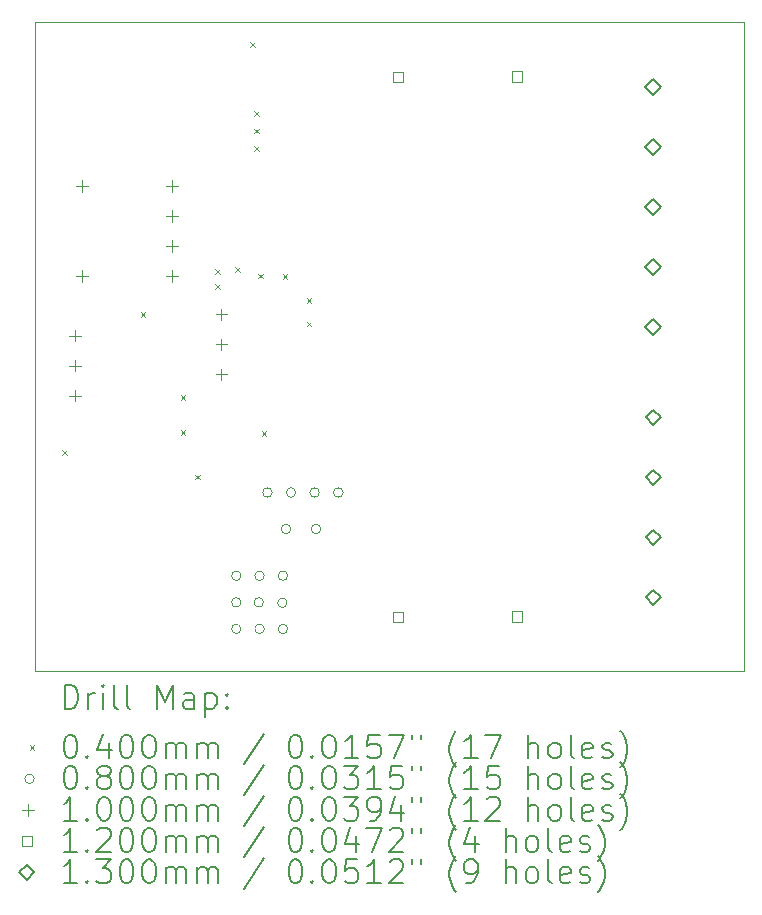
<source format=gbr>
%FSLAX45Y45*%
G04 Gerber Fmt 4.5, Leading zero omitted, Abs format (unit mm)*
G04 Created by KiCad (PCBNEW (6.0.6)) date 2022-08-27 12:11:47*
%MOMM*%
%LPD*%
G01*
G04 APERTURE LIST*
%TA.AperFunction,Profile*%
%ADD10C,0.100000*%
%TD*%
%ADD11C,0.200000*%
%ADD12C,0.040000*%
%ADD13C,0.080000*%
%ADD14C,0.100000*%
%ADD15C,0.120000*%
%ADD16C,0.130000*%
G04 APERTURE END LIST*
D10*
X9835000Y-9925000D02*
X9835000Y-4425000D01*
X3835000Y-4425000D02*
X9835000Y-4425000D01*
X3835000Y-9925000D02*
X9835000Y-9925000D01*
X3835000Y-9925000D02*
X3835000Y-4425000D01*
D11*
D12*
X4065000Y-8050000D02*
X4105000Y-8090000D01*
X4105000Y-8050000D02*
X4065000Y-8090000D01*
X4730000Y-6880000D02*
X4770000Y-6920000D01*
X4770000Y-6880000D02*
X4730000Y-6920000D01*
X5070000Y-7585000D02*
X5110000Y-7625000D01*
X5110000Y-7585000D02*
X5070000Y-7625000D01*
X5070000Y-7880000D02*
X5110000Y-7920000D01*
X5110000Y-7880000D02*
X5070000Y-7920000D01*
X5190000Y-8260000D02*
X5230000Y-8300000D01*
X5230000Y-8260000D02*
X5190000Y-8300000D01*
X5359000Y-6644000D02*
X5399000Y-6684000D01*
X5399000Y-6644000D02*
X5359000Y-6684000D01*
X5363000Y-6520000D02*
X5403000Y-6560000D01*
X5403000Y-6520000D02*
X5363000Y-6560000D01*
X5529000Y-6499000D02*
X5569000Y-6539000D01*
X5569000Y-6499000D02*
X5529000Y-6539000D01*
X5655000Y-4600000D02*
X5695000Y-4640000D01*
X5695000Y-4600000D02*
X5655000Y-4640000D01*
X5690000Y-5180000D02*
X5730000Y-5220000D01*
X5730000Y-5180000D02*
X5690000Y-5220000D01*
X5690000Y-5330000D02*
X5730000Y-5370000D01*
X5730000Y-5330000D02*
X5690000Y-5370000D01*
X5690000Y-5480000D02*
X5730000Y-5520000D01*
X5730000Y-5480000D02*
X5690000Y-5520000D01*
X5724000Y-6556000D02*
X5764000Y-6596000D01*
X5764000Y-6556000D02*
X5724000Y-6596000D01*
X5754000Y-7891000D02*
X5794000Y-7931000D01*
X5794000Y-7891000D02*
X5754000Y-7931000D01*
X5932000Y-6560000D02*
X5972000Y-6600000D01*
X5972000Y-6560000D02*
X5932000Y-6600000D01*
X6135000Y-6765000D02*
X6175000Y-6805000D01*
X6175000Y-6765000D02*
X6135000Y-6805000D01*
X6135000Y-6963750D02*
X6175000Y-7003750D01*
X6175000Y-6963750D02*
X6135000Y-7003750D01*
D13*
X5580000Y-9115000D02*
G75*
G03*
X5580000Y-9115000I-40000J0D01*
G01*
X5580000Y-9340000D02*
G75*
G03*
X5580000Y-9340000I-40000J0D01*
G01*
X5580000Y-9565000D02*
G75*
G03*
X5580000Y-9565000I-40000J0D01*
G01*
X5770000Y-9340000D02*
G75*
G03*
X5770000Y-9340000I-40000J0D01*
G01*
X5777500Y-9115000D02*
G75*
G03*
X5777500Y-9115000I-40000J0D01*
G01*
X5777500Y-9565000D02*
G75*
G03*
X5777500Y-9565000I-40000J0D01*
G01*
X5844000Y-8410000D02*
G75*
G03*
X5844000Y-8410000I-40000J0D01*
G01*
X5970000Y-9345000D02*
G75*
G03*
X5970000Y-9345000I-40000J0D01*
G01*
X5975000Y-9115000D02*
G75*
G03*
X5975000Y-9115000I-40000J0D01*
G01*
X5975000Y-9565000D02*
G75*
G03*
X5975000Y-9565000I-40000J0D01*
G01*
X6001000Y-8719000D02*
G75*
G03*
X6001000Y-8719000I-40000J0D01*
G01*
X6044000Y-8410000D02*
G75*
G03*
X6044000Y-8410000I-40000J0D01*
G01*
X6244000Y-8410000D02*
G75*
G03*
X6244000Y-8410000I-40000J0D01*
G01*
X6256000Y-8719000D02*
G75*
G03*
X6256000Y-8719000I-40000J0D01*
G01*
X6444000Y-8410000D02*
G75*
G03*
X6444000Y-8410000I-40000J0D01*
G01*
D14*
X4175500Y-7031500D02*
X4175500Y-7131500D01*
X4125500Y-7081500D02*
X4225500Y-7081500D01*
X4175500Y-7285500D02*
X4175500Y-7385500D01*
X4125500Y-7335500D02*
X4225500Y-7335500D01*
X4175500Y-7539500D02*
X4175500Y-7639500D01*
X4125500Y-7589500D02*
X4225500Y-7589500D01*
X4236400Y-5766000D02*
X4236400Y-5866000D01*
X4186400Y-5816000D02*
X4286400Y-5816000D01*
X4236400Y-6528000D02*
X4236400Y-6628000D01*
X4186400Y-6578000D02*
X4286400Y-6578000D01*
X4998400Y-5766000D02*
X4998400Y-5866000D01*
X4948400Y-5816000D02*
X5048400Y-5816000D01*
X4998400Y-6020000D02*
X4998400Y-6120000D01*
X4948400Y-6070000D02*
X5048400Y-6070000D01*
X4998400Y-6274000D02*
X4998400Y-6374000D01*
X4948400Y-6324000D02*
X5048400Y-6324000D01*
X4998400Y-6528000D02*
X4998400Y-6628000D01*
X4948400Y-6578000D02*
X5048400Y-6578000D01*
X5415000Y-6852500D02*
X5415000Y-6952500D01*
X5365000Y-6902500D02*
X5465000Y-6902500D01*
X5415000Y-7106500D02*
X5415000Y-7206500D01*
X5365000Y-7156500D02*
X5465000Y-7156500D01*
X5415000Y-7360500D02*
X5415000Y-7460500D01*
X5365000Y-7410500D02*
X5465000Y-7410500D01*
D15*
X6952427Y-4931427D02*
X6952427Y-4846573D01*
X6867573Y-4846573D01*
X6867573Y-4931427D01*
X6952427Y-4931427D01*
X6952427Y-9503427D02*
X6952427Y-9418573D01*
X6867573Y-9418573D01*
X6867573Y-9503427D01*
X6952427Y-9503427D01*
X7957427Y-4930427D02*
X7957427Y-4845573D01*
X7872573Y-4845573D01*
X7872573Y-4930427D01*
X7957427Y-4930427D01*
X7957427Y-9502427D02*
X7957427Y-9417573D01*
X7872573Y-9417573D01*
X7872573Y-9502427D01*
X7957427Y-9502427D01*
D16*
X9070000Y-5043000D02*
X9135000Y-4978000D01*
X9070000Y-4913000D01*
X9005000Y-4978000D01*
X9070000Y-5043000D01*
X9070000Y-5551000D02*
X9135000Y-5486000D01*
X9070000Y-5421000D01*
X9005000Y-5486000D01*
X9070000Y-5551000D01*
X9070000Y-6059000D02*
X9135000Y-5994000D01*
X9070000Y-5929000D01*
X9005000Y-5994000D01*
X9070000Y-6059000D01*
X9070000Y-6567000D02*
X9135000Y-6502000D01*
X9070000Y-6437000D01*
X9005000Y-6502000D01*
X9070000Y-6567000D01*
X9070000Y-7075000D02*
X9135000Y-7010000D01*
X9070000Y-6945000D01*
X9005000Y-7010000D01*
X9070000Y-7075000D01*
X9070500Y-7838000D02*
X9135500Y-7773000D01*
X9070500Y-7708000D01*
X9005500Y-7773000D01*
X9070500Y-7838000D01*
X9070500Y-8346000D02*
X9135500Y-8281000D01*
X9070500Y-8216000D01*
X9005500Y-8281000D01*
X9070500Y-8346000D01*
X9070500Y-8854000D02*
X9135500Y-8789000D01*
X9070500Y-8724000D01*
X9005500Y-8789000D01*
X9070500Y-8854000D01*
X9070500Y-9362000D02*
X9135500Y-9297000D01*
X9070500Y-9232000D01*
X9005500Y-9297000D01*
X9070500Y-9362000D01*
D11*
X4087619Y-10240476D02*
X4087619Y-10040476D01*
X4135238Y-10040476D01*
X4163809Y-10050000D01*
X4182857Y-10069048D01*
X4192381Y-10088095D01*
X4201905Y-10126190D01*
X4201905Y-10154762D01*
X4192381Y-10192857D01*
X4182857Y-10211905D01*
X4163809Y-10230952D01*
X4135238Y-10240476D01*
X4087619Y-10240476D01*
X4287619Y-10240476D02*
X4287619Y-10107143D01*
X4287619Y-10145238D02*
X4297143Y-10126190D01*
X4306667Y-10116667D01*
X4325714Y-10107143D01*
X4344762Y-10107143D01*
X4411429Y-10240476D02*
X4411429Y-10107143D01*
X4411429Y-10040476D02*
X4401905Y-10050000D01*
X4411429Y-10059524D01*
X4420952Y-10050000D01*
X4411429Y-10040476D01*
X4411429Y-10059524D01*
X4535238Y-10240476D02*
X4516190Y-10230952D01*
X4506667Y-10211905D01*
X4506667Y-10040476D01*
X4640000Y-10240476D02*
X4620952Y-10230952D01*
X4611429Y-10211905D01*
X4611429Y-10040476D01*
X4868571Y-10240476D02*
X4868571Y-10040476D01*
X4935238Y-10183333D01*
X5001905Y-10040476D01*
X5001905Y-10240476D01*
X5182857Y-10240476D02*
X5182857Y-10135714D01*
X5173333Y-10116667D01*
X5154286Y-10107143D01*
X5116190Y-10107143D01*
X5097143Y-10116667D01*
X5182857Y-10230952D02*
X5163810Y-10240476D01*
X5116190Y-10240476D01*
X5097143Y-10230952D01*
X5087619Y-10211905D01*
X5087619Y-10192857D01*
X5097143Y-10173810D01*
X5116190Y-10164286D01*
X5163810Y-10164286D01*
X5182857Y-10154762D01*
X5278095Y-10107143D02*
X5278095Y-10307143D01*
X5278095Y-10116667D02*
X5297143Y-10107143D01*
X5335238Y-10107143D01*
X5354286Y-10116667D01*
X5363810Y-10126190D01*
X5373333Y-10145238D01*
X5373333Y-10202381D01*
X5363810Y-10221429D01*
X5354286Y-10230952D01*
X5335238Y-10240476D01*
X5297143Y-10240476D01*
X5278095Y-10230952D01*
X5459048Y-10221429D02*
X5468571Y-10230952D01*
X5459048Y-10240476D01*
X5449524Y-10230952D01*
X5459048Y-10221429D01*
X5459048Y-10240476D01*
X5459048Y-10116667D02*
X5468571Y-10126190D01*
X5459048Y-10135714D01*
X5449524Y-10126190D01*
X5459048Y-10116667D01*
X5459048Y-10135714D01*
D12*
X3790000Y-10550000D02*
X3830000Y-10590000D01*
X3830000Y-10550000D02*
X3790000Y-10590000D01*
D11*
X4125714Y-10460476D02*
X4144762Y-10460476D01*
X4163809Y-10470000D01*
X4173333Y-10479524D01*
X4182857Y-10498571D01*
X4192381Y-10536667D01*
X4192381Y-10584286D01*
X4182857Y-10622381D01*
X4173333Y-10641429D01*
X4163809Y-10650952D01*
X4144762Y-10660476D01*
X4125714Y-10660476D01*
X4106667Y-10650952D01*
X4097143Y-10641429D01*
X4087619Y-10622381D01*
X4078095Y-10584286D01*
X4078095Y-10536667D01*
X4087619Y-10498571D01*
X4097143Y-10479524D01*
X4106667Y-10470000D01*
X4125714Y-10460476D01*
X4278095Y-10641429D02*
X4287619Y-10650952D01*
X4278095Y-10660476D01*
X4268571Y-10650952D01*
X4278095Y-10641429D01*
X4278095Y-10660476D01*
X4459048Y-10527143D02*
X4459048Y-10660476D01*
X4411429Y-10450952D02*
X4363810Y-10593810D01*
X4487619Y-10593810D01*
X4601905Y-10460476D02*
X4620952Y-10460476D01*
X4640000Y-10470000D01*
X4649524Y-10479524D01*
X4659048Y-10498571D01*
X4668571Y-10536667D01*
X4668571Y-10584286D01*
X4659048Y-10622381D01*
X4649524Y-10641429D01*
X4640000Y-10650952D01*
X4620952Y-10660476D01*
X4601905Y-10660476D01*
X4582857Y-10650952D01*
X4573333Y-10641429D01*
X4563810Y-10622381D01*
X4554286Y-10584286D01*
X4554286Y-10536667D01*
X4563810Y-10498571D01*
X4573333Y-10479524D01*
X4582857Y-10470000D01*
X4601905Y-10460476D01*
X4792381Y-10460476D02*
X4811429Y-10460476D01*
X4830476Y-10470000D01*
X4840000Y-10479524D01*
X4849524Y-10498571D01*
X4859048Y-10536667D01*
X4859048Y-10584286D01*
X4849524Y-10622381D01*
X4840000Y-10641429D01*
X4830476Y-10650952D01*
X4811429Y-10660476D01*
X4792381Y-10660476D01*
X4773333Y-10650952D01*
X4763810Y-10641429D01*
X4754286Y-10622381D01*
X4744762Y-10584286D01*
X4744762Y-10536667D01*
X4754286Y-10498571D01*
X4763810Y-10479524D01*
X4773333Y-10470000D01*
X4792381Y-10460476D01*
X4944762Y-10660476D02*
X4944762Y-10527143D01*
X4944762Y-10546190D02*
X4954286Y-10536667D01*
X4973333Y-10527143D01*
X5001905Y-10527143D01*
X5020952Y-10536667D01*
X5030476Y-10555714D01*
X5030476Y-10660476D01*
X5030476Y-10555714D02*
X5040000Y-10536667D01*
X5059048Y-10527143D01*
X5087619Y-10527143D01*
X5106667Y-10536667D01*
X5116190Y-10555714D01*
X5116190Y-10660476D01*
X5211429Y-10660476D02*
X5211429Y-10527143D01*
X5211429Y-10546190D02*
X5220952Y-10536667D01*
X5240000Y-10527143D01*
X5268571Y-10527143D01*
X5287619Y-10536667D01*
X5297143Y-10555714D01*
X5297143Y-10660476D01*
X5297143Y-10555714D02*
X5306667Y-10536667D01*
X5325714Y-10527143D01*
X5354286Y-10527143D01*
X5373333Y-10536667D01*
X5382857Y-10555714D01*
X5382857Y-10660476D01*
X5773333Y-10450952D02*
X5601905Y-10708095D01*
X6030476Y-10460476D02*
X6049524Y-10460476D01*
X6068571Y-10470000D01*
X6078095Y-10479524D01*
X6087619Y-10498571D01*
X6097143Y-10536667D01*
X6097143Y-10584286D01*
X6087619Y-10622381D01*
X6078095Y-10641429D01*
X6068571Y-10650952D01*
X6049524Y-10660476D01*
X6030476Y-10660476D01*
X6011428Y-10650952D01*
X6001905Y-10641429D01*
X5992381Y-10622381D01*
X5982857Y-10584286D01*
X5982857Y-10536667D01*
X5992381Y-10498571D01*
X6001905Y-10479524D01*
X6011428Y-10470000D01*
X6030476Y-10460476D01*
X6182857Y-10641429D02*
X6192381Y-10650952D01*
X6182857Y-10660476D01*
X6173333Y-10650952D01*
X6182857Y-10641429D01*
X6182857Y-10660476D01*
X6316190Y-10460476D02*
X6335238Y-10460476D01*
X6354286Y-10470000D01*
X6363809Y-10479524D01*
X6373333Y-10498571D01*
X6382857Y-10536667D01*
X6382857Y-10584286D01*
X6373333Y-10622381D01*
X6363809Y-10641429D01*
X6354286Y-10650952D01*
X6335238Y-10660476D01*
X6316190Y-10660476D01*
X6297143Y-10650952D01*
X6287619Y-10641429D01*
X6278095Y-10622381D01*
X6268571Y-10584286D01*
X6268571Y-10536667D01*
X6278095Y-10498571D01*
X6287619Y-10479524D01*
X6297143Y-10470000D01*
X6316190Y-10460476D01*
X6573333Y-10660476D02*
X6459048Y-10660476D01*
X6516190Y-10660476D02*
X6516190Y-10460476D01*
X6497143Y-10489048D01*
X6478095Y-10508095D01*
X6459048Y-10517619D01*
X6754286Y-10460476D02*
X6659048Y-10460476D01*
X6649524Y-10555714D01*
X6659048Y-10546190D01*
X6678095Y-10536667D01*
X6725714Y-10536667D01*
X6744762Y-10546190D01*
X6754286Y-10555714D01*
X6763809Y-10574762D01*
X6763809Y-10622381D01*
X6754286Y-10641429D01*
X6744762Y-10650952D01*
X6725714Y-10660476D01*
X6678095Y-10660476D01*
X6659048Y-10650952D01*
X6649524Y-10641429D01*
X6830476Y-10460476D02*
X6963809Y-10460476D01*
X6878095Y-10660476D01*
X7030476Y-10460476D02*
X7030476Y-10498571D01*
X7106667Y-10460476D02*
X7106667Y-10498571D01*
X7401905Y-10736667D02*
X7392381Y-10727143D01*
X7373333Y-10698571D01*
X7363809Y-10679524D01*
X7354286Y-10650952D01*
X7344762Y-10603333D01*
X7344762Y-10565238D01*
X7354286Y-10517619D01*
X7363809Y-10489048D01*
X7373333Y-10470000D01*
X7392381Y-10441429D01*
X7401905Y-10431905D01*
X7582857Y-10660476D02*
X7468571Y-10660476D01*
X7525714Y-10660476D02*
X7525714Y-10460476D01*
X7506667Y-10489048D01*
X7487619Y-10508095D01*
X7468571Y-10517619D01*
X7649524Y-10460476D02*
X7782857Y-10460476D01*
X7697143Y-10660476D01*
X8011428Y-10660476D02*
X8011428Y-10460476D01*
X8097143Y-10660476D02*
X8097143Y-10555714D01*
X8087619Y-10536667D01*
X8068571Y-10527143D01*
X8040000Y-10527143D01*
X8020952Y-10536667D01*
X8011428Y-10546190D01*
X8220952Y-10660476D02*
X8201905Y-10650952D01*
X8192381Y-10641429D01*
X8182857Y-10622381D01*
X8182857Y-10565238D01*
X8192381Y-10546190D01*
X8201905Y-10536667D01*
X8220952Y-10527143D01*
X8249524Y-10527143D01*
X8268571Y-10536667D01*
X8278095Y-10546190D01*
X8287619Y-10565238D01*
X8287619Y-10622381D01*
X8278095Y-10641429D01*
X8268571Y-10650952D01*
X8249524Y-10660476D01*
X8220952Y-10660476D01*
X8401905Y-10660476D02*
X8382857Y-10650952D01*
X8373333Y-10631905D01*
X8373333Y-10460476D01*
X8554286Y-10650952D02*
X8535238Y-10660476D01*
X8497143Y-10660476D01*
X8478095Y-10650952D01*
X8468571Y-10631905D01*
X8468571Y-10555714D01*
X8478095Y-10536667D01*
X8497143Y-10527143D01*
X8535238Y-10527143D01*
X8554286Y-10536667D01*
X8563810Y-10555714D01*
X8563810Y-10574762D01*
X8468571Y-10593810D01*
X8640000Y-10650952D02*
X8659048Y-10660476D01*
X8697143Y-10660476D01*
X8716190Y-10650952D01*
X8725714Y-10631905D01*
X8725714Y-10622381D01*
X8716190Y-10603333D01*
X8697143Y-10593810D01*
X8668571Y-10593810D01*
X8649524Y-10584286D01*
X8640000Y-10565238D01*
X8640000Y-10555714D01*
X8649524Y-10536667D01*
X8668571Y-10527143D01*
X8697143Y-10527143D01*
X8716190Y-10536667D01*
X8792381Y-10736667D02*
X8801905Y-10727143D01*
X8820952Y-10698571D01*
X8830476Y-10679524D01*
X8840000Y-10650952D01*
X8849524Y-10603333D01*
X8849524Y-10565238D01*
X8840000Y-10517619D01*
X8830476Y-10489048D01*
X8820952Y-10470000D01*
X8801905Y-10441429D01*
X8792381Y-10431905D01*
D13*
X3830000Y-10834000D02*
G75*
G03*
X3830000Y-10834000I-40000J0D01*
G01*
D11*
X4125714Y-10724476D02*
X4144762Y-10724476D01*
X4163809Y-10734000D01*
X4173333Y-10743524D01*
X4182857Y-10762571D01*
X4192381Y-10800667D01*
X4192381Y-10848286D01*
X4182857Y-10886381D01*
X4173333Y-10905429D01*
X4163809Y-10914952D01*
X4144762Y-10924476D01*
X4125714Y-10924476D01*
X4106667Y-10914952D01*
X4097143Y-10905429D01*
X4087619Y-10886381D01*
X4078095Y-10848286D01*
X4078095Y-10800667D01*
X4087619Y-10762571D01*
X4097143Y-10743524D01*
X4106667Y-10734000D01*
X4125714Y-10724476D01*
X4278095Y-10905429D02*
X4287619Y-10914952D01*
X4278095Y-10924476D01*
X4268571Y-10914952D01*
X4278095Y-10905429D01*
X4278095Y-10924476D01*
X4401905Y-10810190D02*
X4382857Y-10800667D01*
X4373333Y-10791143D01*
X4363810Y-10772095D01*
X4363810Y-10762571D01*
X4373333Y-10743524D01*
X4382857Y-10734000D01*
X4401905Y-10724476D01*
X4440000Y-10724476D01*
X4459048Y-10734000D01*
X4468571Y-10743524D01*
X4478095Y-10762571D01*
X4478095Y-10772095D01*
X4468571Y-10791143D01*
X4459048Y-10800667D01*
X4440000Y-10810190D01*
X4401905Y-10810190D01*
X4382857Y-10819714D01*
X4373333Y-10829238D01*
X4363810Y-10848286D01*
X4363810Y-10886381D01*
X4373333Y-10905429D01*
X4382857Y-10914952D01*
X4401905Y-10924476D01*
X4440000Y-10924476D01*
X4459048Y-10914952D01*
X4468571Y-10905429D01*
X4478095Y-10886381D01*
X4478095Y-10848286D01*
X4468571Y-10829238D01*
X4459048Y-10819714D01*
X4440000Y-10810190D01*
X4601905Y-10724476D02*
X4620952Y-10724476D01*
X4640000Y-10734000D01*
X4649524Y-10743524D01*
X4659048Y-10762571D01*
X4668571Y-10800667D01*
X4668571Y-10848286D01*
X4659048Y-10886381D01*
X4649524Y-10905429D01*
X4640000Y-10914952D01*
X4620952Y-10924476D01*
X4601905Y-10924476D01*
X4582857Y-10914952D01*
X4573333Y-10905429D01*
X4563810Y-10886381D01*
X4554286Y-10848286D01*
X4554286Y-10800667D01*
X4563810Y-10762571D01*
X4573333Y-10743524D01*
X4582857Y-10734000D01*
X4601905Y-10724476D01*
X4792381Y-10724476D02*
X4811429Y-10724476D01*
X4830476Y-10734000D01*
X4840000Y-10743524D01*
X4849524Y-10762571D01*
X4859048Y-10800667D01*
X4859048Y-10848286D01*
X4849524Y-10886381D01*
X4840000Y-10905429D01*
X4830476Y-10914952D01*
X4811429Y-10924476D01*
X4792381Y-10924476D01*
X4773333Y-10914952D01*
X4763810Y-10905429D01*
X4754286Y-10886381D01*
X4744762Y-10848286D01*
X4744762Y-10800667D01*
X4754286Y-10762571D01*
X4763810Y-10743524D01*
X4773333Y-10734000D01*
X4792381Y-10724476D01*
X4944762Y-10924476D02*
X4944762Y-10791143D01*
X4944762Y-10810190D02*
X4954286Y-10800667D01*
X4973333Y-10791143D01*
X5001905Y-10791143D01*
X5020952Y-10800667D01*
X5030476Y-10819714D01*
X5030476Y-10924476D01*
X5030476Y-10819714D02*
X5040000Y-10800667D01*
X5059048Y-10791143D01*
X5087619Y-10791143D01*
X5106667Y-10800667D01*
X5116190Y-10819714D01*
X5116190Y-10924476D01*
X5211429Y-10924476D02*
X5211429Y-10791143D01*
X5211429Y-10810190D02*
X5220952Y-10800667D01*
X5240000Y-10791143D01*
X5268571Y-10791143D01*
X5287619Y-10800667D01*
X5297143Y-10819714D01*
X5297143Y-10924476D01*
X5297143Y-10819714D02*
X5306667Y-10800667D01*
X5325714Y-10791143D01*
X5354286Y-10791143D01*
X5373333Y-10800667D01*
X5382857Y-10819714D01*
X5382857Y-10924476D01*
X5773333Y-10714952D02*
X5601905Y-10972095D01*
X6030476Y-10724476D02*
X6049524Y-10724476D01*
X6068571Y-10734000D01*
X6078095Y-10743524D01*
X6087619Y-10762571D01*
X6097143Y-10800667D01*
X6097143Y-10848286D01*
X6087619Y-10886381D01*
X6078095Y-10905429D01*
X6068571Y-10914952D01*
X6049524Y-10924476D01*
X6030476Y-10924476D01*
X6011428Y-10914952D01*
X6001905Y-10905429D01*
X5992381Y-10886381D01*
X5982857Y-10848286D01*
X5982857Y-10800667D01*
X5992381Y-10762571D01*
X6001905Y-10743524D01*
X6011428Y-10734000D01*
X6030476Y-10724476D01*
X6182857Y-10905429D02*
X6192381Y-10914952D01*
X6182857Y-10924476D01*
X6173333Y-10914952D01*
X6182857Y-10905429D01*
X6182857Y-10924476D01*
X6316190Y-10724476D02*
X6335238Y-10724476D01*
X6354286Y-10734000D01*
X6363809Y-10743524D01*
X6373333Y-10762571D01*
X6382857Y-10800667D01*
X6382857Y-10848286D01*
X6373333Y-10886381D01*
X6363809Y-10905429D01*
X6354286Y-10914952D01*
X6335238Y-10924476D01*
X6316190Y-10924476D01*
X6297143Y-10914952D01*
X6287619Y-10905429D01*
X6278095Y-10886381D01*
X6268571Y-10848286D01*
X6268571Y-10800667D01*
X6278095Y-10762571D01*
X6287619Y-10743524D01*
X6297143Y-10734000D01*
X6316190Y-10724476D01*
X6449524Y-10724476D02*
X6573333Y-10724476D01*
X6506667Y-10800667D01*
X6535238Y-10800667D01*
X6554286Y-10810190D01*
X6563809Y-10819714D01*
X6573333Y-10838762D01*
X6573333Y-10886381D01*
X6563809Y-10905429D01*
X6554286Y-10914952D01*
X6535238Y-10924476D01*
X6478095Y-10924476D01*
X6459048Y-10914952D01*
X6449524Y-10905429D01*
X6763809Y-10924476D02*
X6649524Y-10924476D01*
X6706667Y-10924476D02*
X6706667Y-10724476D01*
X6687619Y-10753048D01*
X6668571Y-10772095D01*
X6649524Y-10781619D01*
X6944762Y-10724476D02*
X6849524Y-10724476D01*
X6840000Y-10819714D01*
X6849524Y-10810190D01*
X6868571Y-10800667D01*
X6916190Y-10800667D01*
X6935238Y-10810190D01*
X6944762Y-10819714D01*
X6954286Y-10838762D01*
X6954286Y-10886381D01*
X6944762Y-10905429D01*
X6935238Y-10914952D01*
X6916190Y-10924476D01*
X6868571Y-10924476D01*
X6849524Y-10914952D01*
X6840000Y-10905429D01*
X7030476Y-10724476D02*
X7030476Y-10762571D01*
X7106667Y-10724476D02*
X7106667Y-10762571D01*
X7401905Y-11000667D02*
X7392381Y-10991143D01*
X7373333Y-10962571D01*
X7363809Y-10943524D01*
X7354286Y-10914952D01*
X7344762Y-10867333D01*
X7344762Y-10829238D01*
X7354286Y-10781619D01*
X7363809Y-10753048D01*
X7373333Y-10734000D01*
X7392381Y-10705429D01*
X7401905Y-10695905D01*
X7582857Y-10924476D02*
X7468571Y-10924476D01*
X7525714Y-10924476D02*
X7525714Y-10724476D01*
X7506667Y-10753048D01*
X7487619Y-10772095D01*
X7468571Y-10781619D01*
X7763809Y-10724476D02*
X7668571Y-10724476D01*
X7659048Y-10819714D01*
X7668571Y-10810190D01*
X7687619Y-10800667D01*
X7735238Y-10800667D01*
X7754286Y-10810190D01*
X7763809Y-10819714D01*
X7773333Y-10838762D01*
X7773333Y-10886381D01*
X7763809Y-10905429D01*
X7754286Y-10914952D01*
X7735238Y-10924476D01*
X7687619Y-10924476D01*
X7668571Y-10914952D01*
X7659048Y-10905429D01*
X8011428Y-10924476D02*
X8011428Y-10724476D01*
X8097143Y-10924476D02*
X8097143Y-10819714D01*
X8087619Y-10800667D01*
X8068571Y-10791143D01*
X8040000Y-10791143D01*
X8020952Y-10800667D01*
X8011428Y-10810190D01*
X8220952Y-10924476D02*
X8201905Y-10914952D01*
X8192381Y-10905429D01*
X8182857Y-10886381D01*
X8182857Y-10829238D01*
X8192381Y-10810190D01*
X8201905Y-10800667D01*
X8220952Y-10791143D01*
X8249524Y-10791143D01*
X8268571Y-10800667D01*
X8278095Y-10810190D01*
X8287619Y-10829238D01*
X8287619Y-10886381D01*
X8278095Y-10905429D01*
X8268571Y-10914952D01*
X8249524Y-10924476D01*
X8220952Y-10924476D01*
X8401905Y-10924476D02*
X8382857Y-10914952D01*
X8373333Y-10895905D01*
X8373333Y-10724476D01*
X8554286Y-10914952D02*
X8535238Y-10924476D01*
X8497143Y-10924476D01*
X8478095Y-10914952D01*
X8468571Y-10895905D01*
X8468571Y-10819714D01*
X8478095Y-10800667D01*
X8497143Y-10791143D01*
X8535238Y-10791143D01*
X8554286Y-10800667D01*
X8563810Y-10819714D01*
X8563810Y-10838762D01*
X8468571Y-10857810D01*
X8640000Y-10914952D02*
X8659048Y-10924476D01*
X8697143Y-10924476D01*
X8716190Y-10914952D01*
X8725714Y-10895905D01*
X8725714Y-10886381D01*
X8716190Y-10867333D01*
X8697143Y-10857810D01*
X8668571Y-10857810D01*
X8649524Y-10848286D01*
X8640000Y-10829238D01*
X8640000Y-10819714D01*
X8649524Y-10800667D01*
X8668571Y-10791143D01*
X8697143Y-10791143D01*
X8716190Y-10800667D01*
X8792381Y-11000667D02*
X8801905Y-10991143D01*
X8820952Y-10962571D01*
X8830476Y-10943524D01*
X8840000Y-10914952D01*
X8849524Y-10867333D01*
X8849524Y-10829238D01*
X8840000Y-10781619D01*
X8830476Y-10753048D01*
X8820952Y-10734000D01*
X8801905Y-10705429D01*
X8792381Y-10695905D01*
D14*
X3780000Y-11048000D02*
X3780000Y-11148000D01*
X3730000Y-11098000D02*
X3830000Y-11098000D01*
D11*
X4192381Y-11188476D02*
X4078095Y-11188476D01*
X4135238Y-11188476D02*
X4135238Y-10988476D01*
X4116190Y-11017048D01*
X4097143Y-11036095D01*
X4078095Y-11045619D01*
X4278095Y-11169429D02*
X4287619Y-11178952D01*
X4278095Y-11188476D01*
X4268571Y-11178952D01*
X4278095Y-11169429D01*
X4278095Y-11188476D01*
X4411429Y-10988476D02*
X4430476Y-10988476D01*
X4449524Y-10998000D01*
X4459048Y-11007524D01*
X4468571Y-11026571D01*
X4478095Y-11064667D01*
X4478095Y-11112286D01*
X4468571Y-11150381D01*
X4459048Y-11169429D01*
X4449524Y-11178952D01*
X4430476Y-11188476D01*
X4411429Y-11188476D01*
X4392381Y-11178952D01*
X4382857Y-11169429D01*
X4373333Y-11150381D01*
X4363810Y-11112286D01*
X4363810Y-11064667D01*
X4373333Y-11026571D01*
X4382857Y-11007524D01*
X4392381Y-10998000D01*
X4411429Y-10988476D01*
X4601905Y-10988476D02*
X4620952Y-10988476D01*
X4640000Y-10998000D01*
X4649524Y-11007524D01*
X4659048Y-11026571D01*
X4668571Y-11064667D01*
X4668571Y-11112286D01*
X4659048Y-11150381D01*
X4649524Y-11169429D01*
X4640000Y-11178952D01*
X4620952Y-11188476D01*
X4601905Y-11188476D01*
X4582857Y-11178952D01*
X4573333Y-11169429D01*
X4563810Y-11150381D01*
X4554286Y-11112286D01*
X4554286Y-11064667D01*
X4563810Y-11026571D01*
X4573333Y-11007524D01*
X4582857Y-10998000D01*
X4601905Y-10988476D01*
X4792381Y-10988476D02*
X4811429Y-10988476D01*
X4830476Y-10998000D01*
X4840000Y-11007524D01*
X4849524Y-11026571D01*
X4859048Y-11064667D01*
X4859048Y-11112286D01*
X4849524Y-11150381D01*
X4840000Y-11169429D01*
X4830476Y-11178952D01*
X4811429Y-11188476D01*
X4792381Y-11188476D01*
X4773333Y-11178952D01*
X4763810Y-11169429D01*
X4754286Y-11150381D01*
X4744762Y-11112286D01*
X4744762Y-11064667D01*
X4754286Y-11026571D01*
X4763810Y-11007524D01*
X4773333Y-10998000D01*
X4792381Y-10988476D01*
X4944762Y-11188476D02*
X4944762Y-11055143D01*
X4944762Y-11074190D02*
X4954286Y-11064667D01*
X4973333Y-11055143D01*
X5001905Y-11055143D01*
X5020952Y-11064667D01*
X5030476Y-11083714D01*
X5030476Y-11188476D01*
X5030476Y-11083714D02*
X5040000Y-11064667D01*
X5059048Y-11055143D01*
X5087619Y-11055143D01*
X5106667Y-11064667D01*
X5116190Y-11083714D01*
X5116190Y-11188476D01*
X5211429Y-11188476D02*
X5211429Y-11055143D01*
X5211429Y-11074190D02*
X5220952Y-11064667D01*
X5240000Y-11055143D01*
X5268571Y-11055143D01*
X5287619Y-11064667D01*
X5297143Y-11083714D01*
X5297143Y-11188476D01*
X5297143Y-11083714D02*
X5306667Y-11064667D01*
X5325714Y-11055143D01*
X5354286Y-11055143D01*
X5373333Y-11064667D01*
X5382857Y-11083714D01*
X5382857Y-11188476D01*
X5773333Y-10978952D02*
X5601905Y-11236095D01*
X6030476Y-10988476D02*
X6049524Y-10988476D01*
X6068571Y-10998000D01*
X6078095Y-11007524D01*
X6087619Y-11026571D01*
X6097143Y-11064667D01*
X6097143Y-11112286D01*
X6087619Y-11150381D01*
X6078095Y-11169429D01*
X6068571Y-11178952D01*
X6049524Y-11188476D01*
X6030476Y-11188476D01*
X6011428Y-11178952D01*
X6001905Y-11169429D01*
X5992381Y-11150381D01*
X5982857Y-11112286D01*
X5982857Y-11064667D01*
X5992381Y-11026571D01*
X6001905Y-11007524D01*
X6011428Y-10998000D01*
X6030476Y-10988476D01*
X6182857Y-11169429D02*
X6192381Y-11178952D01*
X6182857Y-11188476D01*
X6173333Y-11178952D01*
X6182857Y-11169429D01*
X6182857Y-11188476D01*
X6316190Y-10988476D02*
X6335238Y-10988476D01*
X6354286Y-10998000D01*
X6363809Y-11007524D01*
X6373333Y-11026571D01*
X6382857Y-11064667D01*
X6382857Y-11112286D01*
X6373333Y-11150381D01*
X6363809Y-11169429D01*
X6354286Y-11178952D01*
X6335238Y-11188476D01*
X6316190Y-11188476D01*
X6297143Y-11178952D01*
X6287619Y-11169429D01*
X6278095Y-11150381D01*
X6268571Y-11112286D01*
X6268571Y-11064667D01*
X6278095Y-11026571D01*
X6287619Y-11007524D01*
X6297143Y-10998000D01*
X6316190Y-10988476D01*
X6449524Y-10988476D02*
X6573333Y-10988476D01*
X6506667Y-11064667D01*
X6535238Y-11064667D01*
X6554286Y-11074190D01*
X6563809Y-11083714D01*
X6573333Y-11102762D01*
X6573333Y-11150381D01*
X6563809Y-11169429D01*
X6554286Y-11178952D01*
X6535238Y-11188476D01*
X6478095Y-11188476D01*
X6459048Y-11178952D01*
X6449524Y-11169429D01*
X6668571Y-11188476D02*
X6706667Y-11188476D01*
X6725714Y-11178952D01*
X6735238Y-11169429D01*
X6754286Y-11140857D01*
X6763809Y-11102762D01*
X6763809Y-11026571D01*
X6754286Y-11007524D01*
X6744762Y-10998000D01*
X6725714Y-10988476D01*
X6687619Y-10988476D01*
X6668571Y-10998000D01*
X6659048Y-11007524D01*
X6649524Y-11026571D01*
X6649524Y-11074190D01*
X6659048Y-11093238D01*
X6668571Y-11102762D01*
X6687619Y-11112286D01*
X6725714Y-11112286D01*
X6744762Y-11102762D01*
X6754286Y-11093238D01*
X6763809Y-11074190D01*
X6935238Y-11055143D02*
X6935238Y-11188476D01*
X6887619Y-10978952D02*
X6840000Y-11121810D01*
X6963809Y-11121810D01*
X7030476Y-10988476D02*
X7030476Y-11026571D01*
X7106667Y-10988476D02*
X7106667Y-11026571D01*
X7401905Y-11264667D02*
X7392381Y-11255143D01*
X7373333Y-11226571D01*
X7363809Y-11207524D01*
X7354286Y-11178952D01*
X7344762Y-11131333D01*
X7344762Y-11093238D01*
X7354286Y-11045619D01*
X7363809Y-11017048D01*
X7373333Y-10998000D01*
X7392381Y-10969429D01*
X7401905Y-10959905D01*
X7582857Y-11188476D02*
X7468571Y-11188476D01*
X7525714Y-11188476D02*
X7525714Y-10988476D01*
X7506667Y-11017048D01*
X7487619Y-11036095D01*
X7468571Y-11045619D01*
X7659048Y-11007524D02*
X7668571Y-10998000D01*
X7687619Y-10988476D01*
X7735238Y-10988476D01*
X7754286Y-10998000D01*
X7763809Y-11007524D01*
X7773333Y-11026571D01*
X7773333Y-11045619D01*
X7763809Y-11074190D01*
X7649524Y-11188476D01*
X7773333Y-11188476D01*
X8011428Y-11188476D02*
X8011428Y-10988476D01*
X8097143Y-11188476D02*
X8097143Y-11083714D01*
X8087619Y-11064667D01*
X8068571Y-11055143D01*
X8040000Y-11055143D01*
X8020952Y-11064667D01*
X8011428Y-11074190D01*
X8220952Y-11188476D02*
X8201905Y-11178952D01*
X8192381Y-11169429D01*
X8182857Y-11150381D01*
X8182857Y-11093238D01*
X8192381Y-11074190D01*
X8201905Y-11064667D01*
X8220952Y-11055143D01*
X8249524Y-11055143D01*
X8268571Y-11064667D01*
X8278095Y-11074190D01*
X8287619Y-11093238D01*
X8287619Y-11150381D01*
X8278095Y-11169429D01*
X8268571Y-11178952D01*
X8249524Y-11188476D01*
X8220952Y-11188476D01*
X8401905Y-11188476D02*
X8382857Y-11178952D01*
X8373333Y-11159905D01*
X8373333Y-10988476D01*
X8554286Y-11178952D02*
X8535238Y-11188476D01*
X8497143Y-11188476D01*
X8478095Y-11178952D01*
X8468571Y-11159905D01*
X8468571Y-11083714D01*
X8478095Y-11064667D01*
X8497143Y-11055143D01*
X8535238Y-11055143D01*
X8554286Y-11064667D01*
X8563810Y-11083714D01*
X8563810Y-11102762D01*
X8468571Y-11121810D01*
X8640000Y-11178952D02*
X8659048Y-11188476D01*
X8697143Y-11188476D01*
X8716190Y-11178952D01*
X8725714Y-11159905D01*
X8725714Y-11150381D01*
X8716190Y-11131333D01*
X8697143Y-11121810D01*
X8668571Y-11121810D01*
X8649524Y-11112286D01*
X8640000Y-11093238D01*
X8640000Y-11083714D01*
X8649524Y-11064667D01*
X8668571Y-11055143D01*
X8697143Y-11055143D01*
X8716190Y-11064667D01*
X8792381Y-11264667D02*
X8801905Y-11255143D01*
X8820952Y-11226571D01*
X8830476Y-11207524D01*
X8840000Y-11178952D01*
X8849524Y-11131333D01*
X8849524Y-11093238D01*
X8840000Y-11045619D01*
X8830476Y-11017048D01*
X8820952Y-10998000D01*
X8801905Y-10969429D01*
X8792381Y-10959905D01*
D15*
X3812427Y-11404427D02*
X3812427Y-11319573D01*
X3727573Y-11319573D01*
X3727573Y-11404427D01*
X3812427Y-11404427D01*
D11*
X4192381Y-11452476D02*
X4078095Y-11452476D01*
X4135238Y-11452476D02*
X4135238Y-11252476D01*
X4116190Y-11281048D01*
X4097143Y-11300095D01*
X4078095Y-11309619D01*
X4278095Y-11433428D02*
X4287619Y-11442952D01*
X4278095Y-11452476D01*
X4268571Y-11442952D01*
X4278095Y-11433428D01*
X4278095Y-11452476D01*
X4363810Y-11271524D02*
X4373333Y-11262000D01*
X4392381Y-11252476D01*
X4440000Y-11252476D01*
X4459048Y-11262000D01*
X4468571Y-11271524D01*
X4478095Y-11290571D01*
X4478095Y-11309619D01*
X4468571Y-11338190D01*
X4354286Y-11452476D01*
X4478095Y-11452476D01*
X4601905Y-11252476D02*
X4620952Y-11252476D01*
X4640000Y-11262000D01*
X4649524Y-11271524D01*
X4659048Y-11290571D01*
X4668571Y-11328667D01*
X4668571Y-11376286D01*
X4659048Y-11414381D01*
X4649524Y-11433428D01*
X4640000Y-11442952D01*
X4620952Y-11452476D01*
X4601905Y-11452476D01*
X4582857Y-11442952D01*
X4573333Y-11433428D01*
X4563810Y-11414381D01*
X4554286Y-11376286D01*
X4554286Y-11328667D01*
X4563810Y-11290571D01*
X4573333Y-11271524D01*
X4582857Y-11262000D01*
X4601905Y-11252476D01*
X4792381Y-11252476D02*
X4811429Y-11252476D01*
X4830476Y-11262000D01*
X4840000Y-11271524D01*
X4849524Y-11290571D01*
X4859048Y-11328667D01*
X4859048Y-11376286D01*
X4849524Y-11414381D01*
X4840000Y-11433428D01*
X4830476Y-11442952D01*
X4811429Y-11452476D01*
X4792381Y-11452476D01*
X4773333Y-11442952D01*
X4763810Y-11433428D01*
X4754286Y-11414381D01*
X4744762Y-11376286D01*
X4744762Y-11328667D01*
X4754286Y-11290571D01*
X4763810Y-11271524D01*
X4773333Y-11262000D01*
X4792381Y-11252476D01*
X4944762Y-11452476D02*
X4944762Y-11319143D01*
X4944762Y-11338190D02*
X4954286Y-11328667D01*
X4973333Y-11319143D01*
X5001905Y-11319143D01*
X5020952Y-11328667D01*
X5030476Y-11347714D01*
X5030476Y-11452476D01*
X5030476Y-11347714D02*
X5040000Y-11328667D01*
X5059048Y-11319143D01*
X5087619Y-11319143D01*
X5106667Y-11328667D01*
X5116190Y-11347714D01*
X5116190Y-11452476D01*
X5211429Y-11452476D02*
X5211429Y-11319143D01*
X5211429Y-11338190D02*
X5220952Y-11328667D01*
X5240000Y-11319143D01*
X5268571Y-11319143D01*
X5287619Y-11328667D01*
X5297143Y-11347714D01*
X5297143Y-11452476D01*
X5297143Y-11347714D02*
X5306667Y-11328667D01*
X5325714Y-11319143D01*
X5354286Y-11319143D01*
X5373333Y-11328667D01*
X5382857Y-11347714D01*
X5382857Y-11452476D01*
X5773333Y-11242952D02*
X5601905Y-11500095D01*
X6030476Y-11252476D02*
X6049524Y-11252476D01*
X6068571Y-11262000D01*
X6078095Y-11271524D01*
X6087619Y-11290571D01*
X6097143Y-11328667D01*
X6097143Y-11376286D01*
X6087619Y-11414381D01*
X6078095Y-11433428D01*
X6068571Y-11442952D01*
X6049524Y-11452476D01*
X6030476Y-11452476D01*
X6011428Y-11442952D01*
X6001905Y-11433428D01*
X5992381Y-11414381D01*
X5982857Y-11376286D01*
X5982857Y-11328667D01*
X5992381Y-11290571D01*
X6001905Y-11271524D01*
X6011428Y-11262000D01*
X6030476Y-11252476D01*
X6182857Y-11433428D02*
X6192381Y-11442952D01*
X6182857Y-11452476D01*
X6173333Y-11442952D01*
X6182857Y-11433428D01*
X6182857Y-11452476D01*
X6316190Y-11252476D02*
X6335238Y-11252476D01*
X6354286Y-11262000D01*
X6363809Y-11271524D01*
X6373333Y-11290571D01*
X6382857Y-11328667D01*
X6382857Y-11376286D01*
X6373333Y-11414381D01*
X6363809Y-11433428D01*
X6354286Y-11442952D01*
X6335238Y-11452476D01*
X6316190Y-11452476D01*
X6297143Y-11442952D01*
X6287619Y-11433428D01*
X6278095Y-11414381D01*
X6268571Y-11376286D01*
X6268571Y-11328667D01*
X6278095Y-11290571D01*
X6287619Y-11271524D01*
X6297143Y-11262000D01*
X6316190Y-11252476D01*
X6554286Y-11319143D02*
X6554286Y-11452476D01*
X6506667Y-11242952D02*
X6459048Y-11385809D01*
X6582857Y-11385809D01*
X6640000Y-11252476D02*
X6773333Y-11252476D01*
X6687619Y-11452476D01*
X6840000Y-11271524D02*
X6849524Y-11262000D01*
X6868571Y-11252476D01*
X6916190Y-11252476D01*
X6935238Y-11262000D01*
X6944762Y-11271524D01*
X6954286Y-11290571D01*
X6954286Y-11309619D01*
X6944762Y-11338190D01*
X6830476Y-11452476D01*
X6954286Y-11452476D01*
X7030476Y-11252476D02*
X7030476Y-11290571D01*
X7106667Y-11252476D02*
X7106667Y-11290571D01*
X7401905Y-11528667D02*
X7392381Y-11519143D01*
X7373333Y-11490571D01*
X7363809Y-11471524D01*
X7354286Y-11442952D01*
X7344762Y-11395333D01*
X7344762Y-11357238D01*
X7354286Y-11309619D01*
X7363809Y-11281048D01*
X7373333Y-11262000D01*
X7392381Y-11233428D01*
X7401905Y-11223905D01*
X7563809Y-11319143D02*
X7563809Y-11452476D01*
X7516190Y-11242952D02*
X7468571Y-11385809D01*
X7592381Y-11385809D01*
X7820952Y-11452476D02*
X7820952Y-11252476D01*
X7906667Y-11452476D02*
X7906667Y-11347714D01*
X7897143Y-11328667D01*
X7878095Y-11319143D01*
X7849524Y-11319143D01*
X7830476Y-11328667D01*
X7820952Y-11338190D01*
X8030476Y-11452476D02*
X8011428Y-11442952D01*
X8001905Y-11433428D01*
X7992381Y-11414381D01*
X7992381Y-11357238D01*
X8001905Y-11338190D01*
X8011428Y-11328667D01*
X8030476Y-11319143D01*
X8059048Y-11319143D01*
X8078095Y-11328667D01*
X8087619Y-11338190D01*
X8097143Y-11357238D01*
X8097143Y-11414381D01*
X8087619Y-11433428D01*
X8078095Y-11442952D01*
X8059048Y-11452476D01*
X8030476Y-11452476D01*
X8211428Y-11452476D02*
X8192381Y-11442952D01*
X8182857Y-11423905D01*
X8182857Y-11252476D01*
X8363809Y-11442952D02*
X8344762Y-11452476D01*
X8306667Y-11452476D01*
X8287619Y-11442952D01*
X8278095Y-11423905D01*
X8278095Y-11347714D01*
X8287619Y-11328667D01*
X8306667Y-11319143D01*
X8344762Y-11319143D01*
X8363809Y-11328667D01*
X8373333Y-11347714D01*
X8373333Y-11366762D01*
X8278095Y-11385809D01*
X8449524Y-11442952D02*
X8468571Y-11452476D01*
X8506667Y-11452476D01*
X8525714Y-11442952D01*
X8535238Y-11423905D01*
X8535238Y-11414381D01*
X8525714Y-11395333D01*
X8506667Y-11385809D01*
X8478095Y-11385809D01*
X8459048Y-11376286D01*
X8449524Y-11357238D01*
X8449524Y-11347714D01*
X8459048Y-11328667D01*
X8478095Y-11319143D01*
X8506667Y-11319143D01*
X8525714Y-11328667D01*
X8601905Y-11528667D02*
X8611429Y-11519143D01*
X8630476Y-11490571D01*
X8640000Y-11471524D01*
X8649524Y-11442952D01*
X8659048Y-11395333D01*
X8659048Y-11357238D01*
X8649524Y-11309619D01*
X8640000Y-11281048D01*
X8630476Y-11262000D01*
X8611429Y-11233428D01*
X8601905Y-11223905D01*
D16*
X3765000Y-11691000D02*
X3830000Y-11626000D01*
X3765000Y-11561000D01*
X3700000Y-11626000D01*
X3765000Y-11691000D01*
D11*
X4192381Y-11716476D02*
X4078095Y-11716476D01*
X4135238Y-11716476D02*
X4135238Y-11516476D01*
X4116190Y-11545048D01*
X4097143Y-11564095D01*
X4078095Y-11573619D01*
X4278095Y-11697428D02*
X4287619Y-11706952D01*
X4278095Y-11716476D01*
X4268571Y-11706952D01*
X4278095Y-11697428D01*
X4278095Y-11716476D01*
X4354286Y-11516476D02*
X4478095Y-11516476D01*
X4411429Y-11592667D01*
X4440000Y-11592667D01*
X4459048Y-11602190D01*
X4468571Y-11611714D01*
X4478095Y-11630762D01*
X4478095Y-11678381D01*
X4468571Y-11697428D01*
X4459048Y-11706952D01*
X4440000Y-11716476D01*
X4382857Y-11716476D01*
X4363810Y-11706952D01*
X4354286Y-11697428D01*
X4601905Y-11516476D02*
X4620952Y-11516476D01*
X4640000Y-11526000D01*
X4649524Y-11535524D01*
X4659048Y-11554571D01*
X4668571Y-11592667D01*
X4668571Y-11640286D01*
X4659048Y-11678381D01*
X4649524Y-11697428D01*
X4640000Y-11706952D01*
X4620952Y-11716476D01*
X4601905Y-11716476D01*
X4582857Y-11706952D01*
X4573333Y-11697428D01*
X4563810Y-11678381D01*
X4554286Y-11640286D01*
X4554286Y-11592667D01*
X4563810Y-11554571D01*
X4573333Y-11535524D01*
X4582857Y-11526000D01*
X4601905Y-11516476D01*
X4792381Y-11516476D02*
X4811429Y-11516476D01*
X4830476Y-11526000D01*
X4840000Y-11535524D01*
X4849524Y-11554571D01*
X4859048Y-11592667D01*
X4859048Y-11640286D01*
X4849524Y-11678381D01*
X4840000Y-11697428D01*
X4830476Y-11706952D01*
X4811429Y-11716476D01*
X4792381Y-11716476D01*
X4773333Y-11706952D01*
X4763810Y-11697428D01*
X4754286Y-11678381D01*
X4744762Y-11640286D01*
X4744762Y-11592667D01*
X4754286Y-11554571D01*
X4763810Y-11535524D01*
X4773333Y-11526000D01*
X4792381Y-11516476D01*
X4944762Y-11716476D02*
X4944762Y-11583143D01*
X4944762Y-11602190D02*
X4954286Y-11592667D01*
X4973333Y-11583143D01*
X5001905Y-11583143D01*
X5020952Y-11592667D01*
X5030476Y-11611714D01*
X5030476Y-11716476D01*
X5030476Y-11611714D02*
X5040000Y-11592667D01*
X5059048Y-11583143D01*
X5087619Y-11583143D01*
X5106667Y-11592667D01*
X5116190Y-11611714D01*
X5116190Y-11716476D01*
X5211429Y-11716476D02*
X5211429Y-11583143D01*
X5211429Y-11602190D02*
X5220952Y-11592667D01*
X5240000Y-11583143D01*
X5268571Y-11583143D01*
X5287619Y-11592667D01*
X5297143Y-11611714D01*
X5297143Y-11716476D01*
X5297143Y-11611714D02*
X5306667Y-11592667D01*
X5325714Y-11583143D01*
X5354286Y-11583143D01*
X5373333Y-11592667D01*
X5382857Y-11611714D01*
X5382857Y-11716476D01*
X5773333Y-11506952D02*
X5601905Y-11764095D01*
X6030476Y-11516476D02*
X6049524Y-11516476D01*
X6068571Y-11526000D01*
X6078095Y-11535524D01*
X6087619Y-11554571D01*
X6097143Y-11592667D01*
X6097143Y-11640286D01*
X6087619Y-11678381D01*
X6078095Y-11697428D01*
X6068571Y-11706952D01*
X6049524Y-11716476D01*
X6030476Y-11716476D01*
X6011428Y-11706952D01*
X6001905Y-11697428D01*
X5992381Y-11678381D01*
X5982857Y-11640286D01*
X5982857Y-11592667D01*
X5992381Y-11554571D01*
X6001905Y-11535524D01*
X6011428Y-11526000D01*
X6030476Y-11516476D01*
X6182857Y-11697428D02*
X6192381Y-11706952D01*
X6182857Y-11716476D01*
X6173333Y-11706952D01*
X6182857Y-11697428D01*
X6182857Y-11716476D01*
X6316190Y-11516476D02*
X6335238Y-11516476D01*
X6354286Y-11526000D01*
X6363809Y-11535524D01*
X6373333Y-11554571D01*
X6382857Y-11592667D01*
X6382857Y-11640286D01*
X6373333Y-11678381D01*
X6363809Y-11697428D01*
X6354286Y-11706952D01*
X6335238Y-11716476D01*
X6316190Y-11716476D01*
X6297143Y-11706952D01*
X6287619Y-11697428D01*
X6278095Y-11678381D01*
X6268571Y-11640286D01*
X6268571Y-11592667D01*
X6278095Y-11554571D01*
X6287619Y-11535524D01*
X6297143Y-11526000D01*
X6316190Y-11516476D01*
X6563809Y-11516476D02*
X6468571Y-11516476D01*
X6459048Y-11611714D01*
X6468571Y-11602190D01*
X6487619Y-11592667D01*
X6535238Y-11592667D01*
X6554286Y-11602190D01*
X6563809Y-11611714D01*
X6573333Y-11630762D01*
X6573333Y-11678381D01*
X6563809Y-11697428D01*
X6554286Y-11706952D01*
X6535238Y-11716476D01*
X6487619Y-11716476D01*
X6468571Y-11706952D01*
X6459048Y-11697428D01*
X6763809Y-11716476D02*
X6649524Y-11716476D01*
X6706667Y-11716476D02*
X6706667Y-11516476D01*
X6687619Y-11545048D01*
X6668571Y-11564095D01*
X6649524Y-11573619D01*
X6840000Y-11535524D02*
X6849524Y-11526000D01*
X6868571Y-11516476D01*
X6916190Y-11516476D01*
X6935238Y-11526000D01*
X6944762Y-11535524D01*
X6954286Y-11554571D01*
X6954286Y-11573619D01*
X6944762Y-11602190D01*
X6830476Y-11716476D01*
X6954286Y-11716476D01*
X7030476Y-11516476D02*
X7030476Y-11554571D01*
X7106667Y-11516476D02*
X7106667Y-11554571D01*
X7401905Y-11792667D02*
X7392381Y-11783143D01*
X7373333Y-11754571D01*
X7363809Y-11735524D01*
X7354286Y-11706952D01*
X7344762Y-11659333D01*
X7344762Y-11621238D01*
X7354286Y-11573619D01*
X7363809Y-11545048D01*
X7373333Y-11526000D01*
X7392381Y-11497428D01*
X7401905Y-11487905D01*
X7487619Y-11716476D02*
X7525714Y-11716476D01*
X7544762Y-11706952D01*
X7554286Y-11697428D01*
X7573333Y-11668857D01*
X7582857Y-11630762D01*
X7582857Y-11554571D01*
X7573333Y-11535524D01*
X7563809Y-11526000D01*
X7544762Y-11516476D01*
X7506667Y-11516476D01*
X7487619Y-11526000D01*
X7478095Y-11535524D01*
X7468571Y-11554571D01*
X7468571Y-11602190D01*
X7478095Y-11621238D01*
X7487619Y-11630762D01*
X7506667Y-11640286D01*
X7544762Y-11640286D01*
X7563809Y-11630762D01*
X7573333Y-11621238D01*
X7582857Y-11602190D01*
X7820952Y-11716476D02*
X7820952Y-11516476D01*
X7906667Y-11716476D02*
X7906667Y-11611714D01*
X7897143Y-11592667D01*
X7878095Y-11583143D01*
X7849524Y-11583143D01*
X7830476Y-11592667D01*
X7820952Y-11602190D01*
X8030476Y-11716476D02*
X8011428Y-11706952D01*
X8001905Y-11697428D01*
X7992381Y-11678381D01*
X7992381Y-11621238D01*
X8001905Y-11602190D01*
X8011428Y-11592667D01*
X8030476Y-11583143D01*
X8059048Y-11583143D01*
X8078095Y-11592667D01*
X8087619Y-11602190D01*
X8097143Y-11621238D01*
X8097143Y-11678381D01*
X8087619Y-11697428D01*
X8078095Y-11706952D01*
X8059048Y-11716476D01*
X8030476Y-11716476D01*
X8211428Y-11716476D02*
X8192381Y-11706952D01*
X8182857Y-11687905D01*
X8182857Y-11516476D01*
X8363809Y-11706952D02*
X8344762Y-11716476D01*
X8306667Y-11716476D01*
X8287619Y-11706952D01*
X8278095Y-11687905D01*
X8278095Y-11611714D01*
X8287619Y-11592667D01*
X8306667Y-11583143D01*
X8344762Y-11583143D01*
X8363809Y-11592667D01*
X8373333Y-11611714D01*
X8373333Y-11630762D01*
X8278095Y-11649809D01*
X8449524Y-11706952D02*
X8468571Y-11716476D01*
X8506667Y-11716476D01*
X8525714Y-11706952D01*
X8535238Y-11687905D01*
X8535238Y-11678381D01*
X8525714Y-11659333D01*
X8506667Y-11649809D01*
X8478095Y-11649809D01*
X8459048Y-11640286D01*
X8449524Y-11621238D01*
X8449524Y-11611714D01*
X8459048Y-11592667D01*
X8478095Y-11583143D01*
X8506667Y-11583143D01*
X8525714Y-11592667D01*
X8601905Y-11792667D02*
X8611429Y-11783143D01*
X8630476Y-11754571D01*
X8640000Y-11735524D01*
X8649524Y-11706952D01*
X8659048Y-11659333D01*
X8659048Y-11621238D01*
X8649524Y-11573619D01*
X8640000Y-11545048D01*
X8630476Y-11526000D01*
X8611429Y-11497428D01*
X8601905Y-11487905D01*
M02*

</source>
